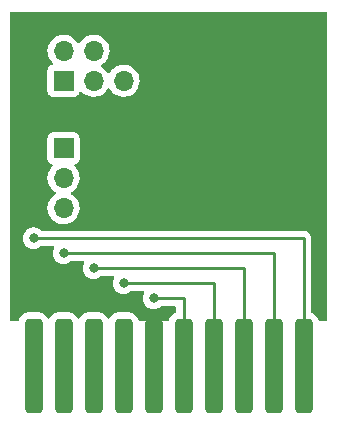
<source format=gbl>
G04 #@! TF.GenerationSoftware,KiCad,Pcbnew,6.0.7-f9a2dced07~116~ubuntu22.04.1*
G04 #@! TF.CreationDate,2022-08-26T07:23:39-05:00*
G04 #@! TF.ProjectId,CricutISPCartridge,43726963-7574-4495-9350-436172747269,rev?*
G04 #@! TF.SameCoordinates,Original*
G04 #@! TF.FileFunction,Copper,L2,Bot*
G04 #@! TF.FilePolarity,Positive*
%FSLAX46Y46*%
G04 Gerber Fmt 4.6, Leading zero omitted, Abs format (unit mm)*
G04 Created by KiCad (PCBNEW 6.0.7-f9a2dced07~116~ubuntu22.04.1) date 2022-08-26 07:23:39*
%MOMM*%
%LPD*%
G01*
G04 APERTURE LIST*
G04 Aperture macros list*
%AMRoundRect*
0 Rectangle with rounded corners*
0 $1 Rounding radius*
0 $2 $3 $4 $5 $6 $7 $8 $9 X,Y pos of 4 corners*
0 Add a 4 corners polygon primitive as box body*
4,1,4,$2,$3,$4,$5,$6,$7,$8,$9,$2,$3,0*
0 Add four circle primitives for the rounded corners*
1,1,$1+$1,$2,$3*
1,1,$1+$1,$4,$5*
1,1,$1+$1,$6,$7*
1,1,$1+$1,$8,$9*
0 Add four rect primitives between the rounded corners*
20,1,$1+$1,$2,$3,$4,$5,0*
20,1,$1+$1,$4,$5,$6,$7,0*
20,1,$1+$1,$6,$7,$8,$9,0*
20,1,$1+$1,$8,$9,$2,$3,0*%
G04 Aperture macros list end*
G04 #@! TA.AperFunction,ComponentPad*
%ADD10R,1.700000X1.700000*%
G04 #@! TD*
G04 #@! TA.AperFunction,ComponentPad*
%ADD11O,1.700000X1.700000*%
G04 #@! TD*
G04 #@! TA.AperFunction,ConnectorPad*
%ADD12RoundRect,0.381000X-0.381000X-3.619000X0.381000X-3.619000X0.381000X3.619000X-0.381000X3.619000X0*%
G04 #@! TD*
G04 #@! TA.AperFunction,ViaPad*
%ADD13C,0.800000*%
G04 #@! TD*
G04 #@! TA.AperFunction,Conductor*
%ADD14C,0.250000*%
G04 #@! TD*
G04 APERTURE END LIST*
D10*
X62230000Y-97790000D03*
D11*
X62230000Y-95250000D03*
X64770000Y-97790000D03*
X64770000Y-95250000D03*
X67310000Y-97790000D03*
X67310000Y-95250000D03*
D10*
X62230000Y-103505000D03*
D11*
X62230000Y-106045000D03*
X62230000Y-108585000D03*
D12*
X59690000Y-121920000D03*
X62230000Y-121920000D03*
X64770000Y-121920000D03*
X67310000Y-121920000D03*
X69850000Y-121920000D03*
X72390000Y-121920000D03*
X74930000Y-121920000D03*
X77470000Y-121920000D03*
X80010000Y-121920000D03*
X82550000Y-121920000D03*
D13*
X59690000Y-111125000D03*
X62230000Y-112395000D03*
X64770000Y-113665000D03*
X67310000Y-114935000D03*
X69850000Y-116205000D03*
X83820000Y-116205000D03*
X83820000Y-92710000D03*
X58420000Y-116205000D03*
X60960000Y-100330000D03*
X58420000Y-92710000D03*
D14*
X82550000Y-111125000D02*
X59690000Y-111125000D01*
X82550000Y-111125000D02*
X82550000Y-121920000D01*
X80010000Y-112395000D02*
X62230000Y-112395000D01*
X80010000Y-112395000D02*
X80010000Y-121920000D01*
X64770000Y-113665000D02*
X77470000Y-113665000D01*
X77470000Y-113665000D02*
X77470000Y-121920000D01*
X74930000Y-114935000D02*
X67310000Y-114935000D01*
X74930000Y-114935000D02*
X74930000Y-121920000D01*
X72390000Y-116205000D02*
X72390000Y-121920000D01*
X72390000Y-116205000D02*
X69850000Y-116205000D01*
G04 #@! TA.AperFunction,Conductor*
G36*
X84523621Y-91968502D02*
G01*
X84570114Y-92022158D01*
X84581500Y-92074500D01*
X84581500Y-117984000D01*
X84561498Y-118052121D01*
X84507842Y-118098614D01*
X84455500Y-118110000D01*
X83897383Y-118110000D01*
X83829262Y-118089998D01*
X83782769Y-118036342D01*
X83775676Y-118016610D01*
X83767703Y-117986852D01*
X83767701Y-117986847D01*
X83765994Y-117980476D01*
X83681107Y-117813875D01*
X83563436Y-117668564D01*
X83418125Y-117550893D01*
X83412248Y-117547898D01*
X83412241Y-117547894D01*
X83252298Y-117466400D01*
X83200682Y-117417652D01*
X83183500Y-117354133D01*
X83183500Y-111196793D01*
X83185732Y-111173184D01*
X83185790Y-111172881D01*
X83185790Y-111172877D01*
X83187275Y-111165094D01*
X83183749Y-111109049D01*
X83183500Y-111101138D01*
X83183500Y-111085144D01*
X83181494Y-111069270D01*
X83180751Y-111061402D01*
X83177723Y-111013263D01*
X83177723Y-111013262D01*
X83177225Y-111005350D01*
X83174679Y-110997513D01*
X83169506Y-110974369D01*
X83169468Y-110974065D01*
X83169467Y-110974060D01*
X83168474Y-110966203D01*
X83165558Y-110958838D01*
X83165557Y-110958834D01*
X83147801Y-110913989D01*
X83145129Y-110906570D01*
X83127764Y-110853125D01*
X83123514Y-110846428D01*
X83123350Y-110846169D01*
X83112585Y-110825042D01*
X83112471Y-110824754D01*
X83112468Y-110824749D01*
X83109552Y-110817383D01*
X83104896Y-110810975D01*
X83104893Y-110810969D01*
X83076542Y-110771948D01*
X83072092Y-110765401D01*
X83042000Y-110717982D01*
X83035993Y-110712341D01*
X83020312Y-110694554D01*
X83020134Y-110694309D01*
X83020132Y-110694307D01*
X83015472Y-110687893D01*
X83009362Y-110682838D01*
X82972204Y-110652097D01*
X82966270Y-110646866D01*
X82931102Y-110613842D01*
X82931099Y-110613840D01*
X82925321Y-110608414D01*
X82918097Y-110604442D01*
X82898494Y-110591119D01*
X82898254Y-110590920D01*
X82898247Y-110590916D01*
X82892144Y-110585867D01*
X82841324Y-110561953D01*
X82834292Y-110558371D01*
X82785060Y-110531305D01*
X82777385Y-110529335D01*
X82777379Y-110529332D01*
X82777081Y-110529256D01*
X82754772Y-110521224D01*
X82754497Y-110521094D01*
X82754489Y-110521091D01*
X82747318Y-110517717D01*
X82692151Y-110507194D01*
X82684442Y-110505471D01*
X82650449Y-110496743D01*
X82637707Y-110493471D01*
X82637706Y-110493471D01*
X82630030Y-110491500D01*
X82621793Y-110491500D01*
X82598184Y-110489268D01*
X82597881Y-110489210D01*
X82597877Y-110489210D01*
X82590094Y-110487725D01*
X82534049Y-110491251D01*
X82526138Y-110491500D01*
X60398200Y-110491500D01*
X60330079Y-110471498D01*
X60310853Y-110455157D01*
X60310580Y-110455460D01*
X60305668Y-110451037D01*
X60301253Y-110446134D01*
X60146752Y-110333882D01*
X60140724Y-110331198D01*
X60140722Y-110331197D01*
X59978319Y-110258891D01*
X59978318Y-110258891D01*
X59972288Y-110256206D01*
X59878888Y-110236353D01*
X59791944Y-110217872D01*
X59791939Y-110217872D01*
X59785487Y-110216500D01*
X59594513Y-110216500D01*
X59588061Y-110217872D01*
X59588056Y-110217872D01*
X59501112Y-110236353D01*
X59407712Y-110256206D01*
X59401682Y-110258891D01*
X59401681Y-110258891D01*
X59239278Y-110331197D01*
X59239276Y-110331198D01*
X59233248Y-110333882D01*
X59078747Y-110446134D01*
X59074326Y-110451044D01*
X59074325Y-110451045D01*
X59036125Y-110493471D01*
X58950960Y-110588056D01*
X58855473Y-110753444D01*
X58796458Y-110935072D01*
X58795768Y-110941633D01*
X58795768Y-110941635D01*
X58780685Y-111085144D01*
X58776496Y-111125000D01*
X58777186Y-111131565D01*
X58779879Y-111157183D01*
X58796458Y-111314928D01*
X58855473Y-111496556D01*
X58950960Y-111661944D01*
X58955378Y-111666851D01*
X58955379Y-111666852D01*
X59041905Y-111762949D01*
X59078747Y-111803866D01*
X59150320Y-111855867D01*
X59199636Y-111891697D01*
X59233248Y-111916118D01*
X59239276Y-111918802D01*
X59239278Y-111918803D01*
X59394658Y-111987982D01*
X59407712Y-111993794D01*
X59501112Y-112013647D01*
X59588056Y-112032128D01*
X59588061Y-112032128D01*
X59594513Y-112033500D01*
X59785487Y-112033500D01*
X59791939Y-112032128D01*
X59791944Y-112032128D01*
X59878888Y-112013647D01*
X59972288Y-111993794D01*
X59985342Y-111987982D01*
X60140722Y-111918803D01*
X60140724Y-111918802D01*
X60146752Y-111916118D01*
X60180365Y-111891697D01*
X60279671Y-111819546D01*
X60301253Y-111803866D01*
X60305668Y-111798963D01*
X60310580Y-111794540D01*
X60311705Y-111795789D01*
X60365014Y-111762949D01*
X60398200Y-111758500D01*
X61330200Y-111758500D01*
X61398321Y-111778502D01*
X61444814Y-111832158D01*
X61454918Y-111902432D01*
X61439319Y-111947500D01*
X61412591Y-111993794D01*
X61395473Y-112023444D01*
X61336458Y-112205072D01*
X61335768Y-112211633D01*
X61335768Y-112211635D01*
X61320685Y-112355144D01*
X61316496Y-112395000D01*
X61317186Y-112401565D01*
X61319879Y-112427183D01*
X61336458Y-112584928D01*
X61395473Y-112766556D01*
X61490960Y-112931944D01*
X61495378Y-112936851D01*
X61495379Y-112936852D01*
X61581905Y-113032949D01*
X61618747Y-113073866D01*
X61690320Y-113125867D01*
X61739636Y-113161697D01*
X61773248Y-113186118D01*
X61779276Y-113188802D01*
X61779278Y-113188803D01*
X61934658Y-113257982D01*
X61947712Y-113263794D01*
X62041112Y-113283647D01*
X62128056Y-113302128D01*
X62128061Y-113302128D01*
X62134513Y-113303500D01*
X62325487Y-113303500D01*
X62331939Y-113302128D01*
X62331944Y-113302128D01*
X62418887Y-113283647D01*
X62512288Y-113263794D01*
X62525342Y-113257982D01*
X62680722Y-113188803D01*
X62680724Y-113188802D01*
X62686752Y-113186118D01*
X62720365Y-113161697D01*
X62819671Y-113089546D01*
X62841253Y-113073866D01*
X62845668Y-113068963D01*
X62850580Y-113064540D01*
X62851705Y-113065789D01*
X62905014Y-113032949D01*
X62938200Y-113028500D01*
X63870200Y-113028500D01*
X63938321Y-113048502D01*
X63984814Y-113102158D01*
X63994918Y-113172432D01*
X63979319Y-113217500D01*
X63952591Y-113263794D01*
X63935473Y-113293444D01*
X63876458Y-113475072D01*
X63875768Y-113481633D01*
X63875768Y-113481635D01*
X63860685Y-113625144D01*
X63856496Y-113665000D01*
X63857186Y-113671565D01*
X63859879Y-113697183D01*
X63876458Y-113854928D01*
X63935473Y-114036556D01*
X64030960Y-114201944D01*
X64035378Y-114206851D01*
X64035379Y-114206852D01*
X64121905Y-114302949D01*
X64158747Y-114343866D01*
X64230320Y-114395867D01*
X64279636Y-114431697D01*
X64313248Y-114456118D01*
X64319276Y-114458802D01*
X64319278Y-114458803D01*
X64474658Y-114527982D01*
X64487712Y-114533794D01*
X64581113Y-114553647D01*
X64668056Y-114572128D01*
X64668061Y-114572128D01*
X64674513Y-114573500D01*
X64865487Y-114573500D01*
X64871939Y-114572128D01*
X64871944Y-114572128D01*
X64958887Y-114553647D01*
X65052288Y-114533794D01*
X65065342Y-114527982D01*
X65220722Y-114458803D01*
X65220724Y-114458802D01*
X65226752Y-114456118D01*
X65260365Y-114431697D01*
X65359671Y-114359546D01*
X65381253Y-114343866D01*
X65385668Y-114338963D01*
X65390580Y-114334540D01*
X65391705Y-114335789D01*
X65445014Y-114302949D01*
X65478200Y-114298500D01*
X66410200Y-114298500D01*
X66478321Y-114318502D01*
X66524814Y-114372158D01*
X66534918Y-114442432D01*
X66519319Y-114487500D01*
X66492591Y-114533794D01*
X66475473Y-114563444D01*
X66416458Y-114745072D01*
X66415768Y-114751633D01*
X66415768Y-114751635D01*
X66400685Y-114895144D01*
X66396496Y-114935000D01*
X66397186Y-114941565D01*
X66399879Y-114967183D01*
X66416458Y-115124928D01*
X66475473Y-115306556D01*
X66570960Y-115471944D01*
X66575378Y-115476851D01*
X66575379Y-115476852D01*
X66661905Y-115572949D01*
X66698747Y-115613866D01*
X66770320Y-115665867D01*
X66819636Y-115701697D01*
X66853248Y-115726118D01*
X66859276Y-115728802D01*
X66859278Y-115728803D01*
X67014658Y-115797982D01*
X67027712Y-115803794D01*
X67121113Y-115823647D01*
X67208056Y-115842128D01*
X67208061Y-115842128D01*
X67214513Y-115843500D01*
X67405487Y-115843500D01*
X67411939Y-115842128D01*
X67411944Y-115842128D01*
X67498887Y-115823647D01*
X67592288Y-115803794D01*
X67605342Y-115797982D01*
X67760722Y-115728803D01*
X67760724Y-115728802D01*
X67766752Y-115726118D01*
X67800365Y-115701697D01*
X67899671Y-115629546D01*
X67921253Y-115613866D01*
X67925668Y-115608963D01*
X67930580Y-115604540D01*
X67931705Y-115605789D01*
X67985014Y-115572949D01*
X68018200Y-115568500D01*
X68950200Y-115568500D01*
X69018321Y-115588502D01*
X69064814Y-115642158D01*
X69074918Y-115712432D01*
X69059319Y-115757500D01*
X69032591Y-115803794D01*
X69015473Y-115833444D01*
X68956458Y-116015072D01*
X68955768Y-116021633D01*
X68955768Y-116021635D01*
X68940685Y-116165144D01*
X68936496Y-116205000D01*
X68937186Y-116211565D01*
X68939879Y-116237183D01*
X68956458Y-116394928D01*
X69015473Y-116576556D01*
X69110960Y-116741944D01*
X69238747Y-116883866D01*
X69393248Y-116996118D01*
X69399276Y-116998802D01*
X69399278Y-116998803D01*
X69561681Y-117071109D01*
X69567712Y-117073794D01*
X69661113Y-117093647D01*
X69748056Y-117112128D01*
X69748061Y-117112128D01*
X69754513Y-117113500D01*
X69945487Y-117113500D01*
X69951939Y-117112128D01*
X69951944Y-117112128D01*
X70038887Y-117093647D01*
X70132288Y-117073794D01*
X70138319Y-117071109D01*
X70300722Y-116998803D01*
X70300724Y-116998802D01*
X70306752Y-116996118D01*
X70461253Y-116883866D01*
X70465668Y-116878963D01*
X70470580Y-116874540D01*
X70471705Y-116875789D01*
X70525014Y-116842949D01*
X70558200Y-116838500D01*
X71630500Y-116838500D01*
X71698621Y-116858502D01*
X71745114Y-116912158D01*
X71756500Y-116964500D01*
X71756500Y-117354133D01*
X71736498Y-117422254D01*
X71687702Y-117466400D01*
X71527759Y-117547894D01*
X71527752Y-117547898D01*
X71521875Y-117550893D01*
X71376564Y-117668564D01*
X71258893Y-117813875D01*
X71174006Y-117980476D01*
X71172299Y-117986847D01*
X71172297Y-117986852D01*
X71164324Y-118016610D01*
X71127373Y-118077233D01*
X71063513Y-118108255D01*
X71042617Y-118110000D01*
X68657383Y-118110000D01*
X68589262Y-118089998D01*
X68542769Y-118036342D01*
X68535676Y-118016610D01*
X68527703Y-117986852D01*
X68527701Y-117986847D01*
X68525994Y-117980476D01*
X68441107Y-117813875D01*
X68323436Y-117668564D01*
X68178125Y-117550893D01*
X68011524Y-117466006D01*
X68005150Y-117464298D01*
X67836492Y-117419106D01*
X67836488Y-117419105D01*
X67830915Y-117417612D01*
X67819534Y-117416716D01*
X67755714Y-117411693D01*
X67755706Y-117411693D01*
X67753258Y-117411500D01*
X66866742Y-117411500D01*
X66864294Y-117411693D01*
X66864286Y-117411693D01*
X66800466Y-117416716D01*
X66789085Y-117417612D01*
X66783512Y-117419105D01*
X66783508Y-117419106D01*
X66614850Y-117464298D01*
X66608476Y-117466006D01*
X66441875Y-117550893D01*
X66296564Y-117668564D01*
X66178893Y-117813875D01*
X66175898Y-117819752D01*
X66175894Y-117819759D01*
X66152267Y-117866131D01*
X66103519Y-117917747D01*
X66034604Y-117934813D01*
X65967403Y-117911913D01*
X65927733Y-117866131D01*
X65904106Y-117819759D01*
X65904102Y-117819752D01*
X65901107Y-117813875D01*
X65783436Y-117668564D01*
X65638125Y-117550893D01*
X65471524Y-117466006D01*
X65465150Y-117464298D01*
X65296492Y-117419106D01*
X65296488Y-117419105D01*
X65290915Y-117417612D01*
X65279534Y-117416716D01*
X65215714Y-117411693D01*
X65215706Y-117411693D01*
X65213258Y-117411500D01*
X64326742Y-117411500D01*
X64324294Y-117411693D01*
X64324286Y-117411693D01*
X64260466Y-117416716D01*
X64249085Y-117417612D01*
X64243512Y-117419105D01*
X64243508Y-117419106D01*
X64074850Y-117464298D01*
X64068476Y-117466006D01*
X63901875Y-117550893D01*
X63756564Y-117668564D01*
X63638893Y-117813875D01*
X63635898Y-117819752D01*
X63635894Y-117819759D01*
X63612267Y-117866131D01*
X63563519Y-117917747D01*
X63494604Y-117934813D01*
X63427403Y-117911913D01*
X63387733Y-117866131D01*
X63364106Y-117819759D01*
X63364102Y-117819752D01*
X63361107Y-117813875D01*
X63243436Y-117668564D01*
X63098125Y-117550893D01*
X62931524Y-117466006D01*
X62925150Y-117464298D01*
X62756492Y-117419106D01*
X62756488Y-117419105D01*
X62750915Y-117417612D01*
X62739534Y-117416716D01*
X62675714Y-117411693D01*
X62675706Y-117411693D01*
X62673258Y-117411500D01*
X61786742Y-117411500D01*
X61784294Y-117411693D01*
X61784286Y-117411693D01*
X61720466Y-117416716D01*
X61709085Y-117417612D01*
X61703512Y-117419105D01*
X61703508Y-117419106D01*
X61534850Y-117464298D01*
X61528476Y-117466006D01*
X61361875Y-117550893D01*
X61216564Y-117668564D01*
X61098893Y-117813875D01*
X61095898Y-117819752D01*
X61095894Y-117819759D01*
X61072267Y-117866131D01*
X61023519Y-117917747D01*
X60954604Y-117934813D01*
X60887403Y-117911913D01*
X60847733Y-117866131D01*
X60824106Y-117819759D01*
X60824102Y-117819752D01*
X60821107Y-117813875D01*
X60703436Y-117668564D01*
X60558125Y-117550893D01*
X60391524Y-117466006D01*
X60385150Y-117464298D01*
X60216492Y-117419106D01*
X60216488Y-117419105D01*
X60210915Y-117417612D01*
X60199534Y-117416716D01*
X60135714Y-117411693D01*
X60135706Y-117411693D01*
X60133258Y-117411500D01*
X59246742Y-117411500D01*
X59244294Y-117411693D01*
X59244286Y-117411693D01*
X59180466Y-117416716D01*
X59169085Y-117417612D01*
X59163512Y-117419105D01*
X59163508Y-117419106D01*
X58994850Y-117464298D01*
X58988476Y-117466006D01*
X58821875Y-117550893D01*
X58676564Y-117668564D01*
X58558893Y-117813875D01*
X58474006Y-117980476D01*
X58472299Y-117986847D01*
X58472297Y-117986852D01*
X58464324Y-118016610D01*
X58427373Y-118077233D01*
X58363513Y-118108255D01*
X58342617Y-118110000D01*
X57784500Y-118110000D01*
X57716379Y-118089998D01*
X57669886Y-118036342D01*
X57658500Y-117984000D01*
X57658500Y-108551695D01*
X60867251Y-108551695D01*
X60867548Y-108556848D01*
X60867548Y-108556851D01*
X60873011Y-108651590D01*
X60880110Y-108774715D01*
X60881247Y-108779761D01*
X60881248Y-108779767D01*
X60901119Y-108867939D01*
X60929222Y-108992639D01*
X61013266Y-109199616D01*
X61129987Y-109390088D01*
X61276250Y-109558938D01*
X61448126Y-109701632D01*
X61641000Y-109814338D01*
X61849692Y-109894030D01*
X61854760Y-109895061D01*
X61854763Y-109895062D01*
X61962017Y-109916883D01*
X62068597Y-109938567D01*
X62073772Y-109938757D01*
X62073774Y-109938757D01*
X62286673Y-109946564D01*
X62286677Y-109946564D01*
X62291837Y-109946753D01*
X62296957Y-109946097D01*
X62296959Y-109946097D01*
X62508288Y-109919025D01*
X62508289Y-109919025D01*
X62513416Y-109918368D01*
X62518366Y-109916883D01*
X62722429Y-109855661D01*
X62722434Y-109855659D01*
X62727384Y-109854174D01*
X62927994Y-109755896D01*
X63109860Y-109626173D01*
X63268096Y-109468489D01*
X63327594Y-109385689D01*
X63395435Y-109291277D01*
X63398453Y-109287077D01*
X63497430Y-109086811D01*
X63562370Y-108873069D01*
X63591529Y-108651590D01*
X63593156Y-108585000D01*
X63574852Y-108362361D01*
X63520431Y-108145702D01*
X63431354Y-107940840D01*
X63310014Y-107753277D01*
X63159670Y-107588051D01*
X63155619Y-107584852D01*
X63155615Y-107584848D01*
X62988414Y-107452800D01*
X62988410Y-107452798D01*
X62984359Y-107449598D01*
X62943053Y-107426796D01*
X62893084Y-107376364D01*
X62878312Y-107306921D01*
X62903428Y-107240516D01*
X62930780Y-107213909D01*
X62974603Y-107182650D01*
X63109860Y-107086173D01*
X63268096Y-106928489D01*
X63327594Y-106845689D01*
X63395435Y-106751277D01*
X63398453Y-106747077D01*
X63497430Y-106546811D01*
X63562370Y-106333069D01*
X63591529Y-106111590D01*
X63593156Y-106045000D01*
X63574852Y-105822361D01*
X63520431Y-105605702D01*
X63431354Y-105400840D01*
X63310014Y-105213277D01*
X63306532Y-105209450D01*
X63162798Y-105051488D01*
X63131746Y-104987642D01*
X63140141Y-104917143D01*
X63185317Y-104862375D01*
X63211761Y-104848706D01*
X63318297Y-104808767D01*
X63326705Y-104805615D01*
X63443261Y-104718261D01*
X63530615Y-104601705D01*
X63581745Y-104465316D01*
X63588500Y-104403134D01*
X63588500Y-102606866D01*
X63581745Y-102544684D01*
X63530615Y-102408295D01*
X63443261Y-102291739D01*
X63326705Y-102204385D01*
X63190316Y-102153255D01*
X63128134Y-102146500D01*
X61331866Y-102146500D01*
X61269684Y-102153255D01*
X61133295Y-102204385D01*
X61016739Y-102291739D01*
X60929385Y-102408295D01*
X60878255Y-102544684D01*
X60871500Y-102606866D01*
X60871500Y-104403134D01*
X60878255Y-104465316D01*
X60929385Y-104601705D01*
X61016739Y-104718261D01*
X61133295Y-104805615D01*
X61141704Y-104808767D01*
X61141705Y-104808768D01*
X61250451Y-104849535D01*
X61307216Y-104892176D01*
X61331916Y-104958738D01*
X61316709Y-105028087D01*
X61297316Y-105054568D01*
X61170629Y-105187138D01*
X61044743Y-105371680D01*
X60950688Y-105574305D01*
X60890989Y-105789570D01*
X60867251Y-106011695D01*
X60867548Y-106016848D01*
X60867548Y-106016851D01*
X60873011Y-106111590D01*
X60880110Y-106234715D01*
X60881247Y-106239761D01*
X60881248Y-106239767D01*
X60901119Y-106327939D01*
X60929222Y-106452639D01*
X61013266Y-106659616D01*
X61129987Y-106850088D01*
X61276250Y-107018938D01*
X61448126Y-107161632D01*
X61518595Y-107202811D01*
X61521445Y-107204476D01*
X61570169Y-107256114D01*
X61583240Y-107325897D01*
X61556509Y-107391669D01*
X61516055Y-107425027D01*
X61503607Y-107431507D01*
X61499474Y-107434610D01*
X61499471Y-107434612D01*
X61475247Y-107452800D01*
X61324965Y-107565635D01*
X61170629Y-107727138D01*
X61044743Y-107911680D01*
X60950688Y-108114305D01*
X60890989Y-108329570D01*
X60867251Y-108551695D01*
X57658500Y-108551695D01*
X57658500Y-95216695D01*
X60867251Y-95216695D01*
X60867548Y-95221848D01*
X60867548Y-95221851D01*
X60873011Y-95316590D01*
X60880110Y-95439715D01*
X60881247Y-95444761D01*
X60881248Y-95444767D01*
X60901119Y-95532939D01*
X60929222Y-95657639D01*
X61013266Y-95864616D01*
X61064019Y-95947438D01*
X61127291Y-96050688D01*
X61129987Y-96055088D01*
X61276250Y-96223938D01*
X61280230Y-96227242D01*
X61284981Y-96231187D01*
X61324616Y-96290090D01*
X61326113Y-96361071D01*
X61288997Y-96421593D01*
X61248725Y-96446112D01*
X61181907Y-96471161D01*
X61133295Y-96489385D01*
X61016739Y-96576739D01*
X60929385Y-96693295D01*
X60878255Y-96829684D01*
X60871500Y-96891866D01*
X60871500Y-98688134D01*
X60878255Y-98750316D01*
X60929385Y-98886705D01*
X61016739Y-99003261D01*
X61133295Y-99090615D01*
X61269684Y-99141745D01*
X61331866Y-99148500D01*
X63128134Y-99148500D01*
X63190316Y-99141745D01*
X63326705Y-99090615D01*
X63443261Y-99003261D01*
X63530615Y-98886705D01*
X63552799Y-98827529D01*
X63574598Y-98769382D01*
X63617240Y-98712618D01*
X63683802Y-98687918D01*
X63753150Y-98703126D01*
X63787817Y-98731114D01*
X63816250Y-98763938D01*
X63988126Y-98906632D01*
X64181000Y-99019338D01*
X64389692Y-99099030D01*
X64394760Y-99100061D01*
X64394763Y-99100062D01*
X64502017Y-99121883D01*
X64608597Y-99143567D01*
X64613772Y-99143757D01*
X64613774Y-99143757D01*
X64826673Y-99151564D01*
X64826677Y-99151564D01*
X64831837Y-99151753D01*
X64836957Y-99151097D01*
X64836959Y-99151097D01*
X65048288Y-99124025D01*
X65048289Y-99124025D01*
X65053416Y-99123368D01*
X65058366Y-99121883D01*
X65262429Y-99060661D01*
X65262434Y-99060659D01*
X65267384Y-99059174D01*
X65467994Y-98960896D01*
X65649860Y-98831173D01*
X65808096Y-98673489D01*
X65938453Y-98492077D01*
X65939776Y-98493028D01*
X65986645Y-98449857D01*
X66056580Y-98437625D01*
X66122026Y-98465144D01*
X66149875Y-98496994D01*
X66209987Y-98595088D01*
X66356250Y-98763938D01*
X66528126Y-98906632D01*
X66721000Y-99019338D01*
X66929692Y-99099030D01*
X66934760Y-99100061D01*
X66934763Y-99100062D01*
X67042017Y-99121883D01*
X67148597Y-99143567D01*
X67153772Y-99143757D01*
X67153774Y-99143757D01*
X67366673Y-99151564D01*
X67366677Y-99151564D01*
X67371837Y-99151753D01*
X67376957Y-99151097D01*
X67376959Y-99151097D01*
X67588288Y-99124025D01*
X67588289Y-99124025D01*
X67593416Y-99123368D01*
X67598366Y-99121883D01*
X67802429Y-99060661D01*
X67802434Y-99060659D01*
X67807384Y-99059174D01*
X68007994Y-98960896D01*
X68189860Y-98831173D01*
X68348096Y-98673489D01*
X68478453Y-98492077D01*
X68499320Y-98449857D01*
X68575136Y-98296453D01*
X68575137Y-98296451D01*
X68577430Y-98291811D01*
X68642370Y-98078069D01*
X68671529Y-97856590D01*
X68673156Y-97790000D01*
X68654852Y-97567361D01*
X68600431Y-97350702D01*
X68511354Y-97145840D01*
X68390014Y-96958277D01*
X68239670Y-96793051D01*
X68235619Y-96789852D01*
X68235615Y-96789848D01*
X68068414Y-96657800D01*
X68068410Y-96657798D01*
X68064359Y-96654598D01*
X67868789Y-96546638D01*
X67863920Y-96544914D01*
X67863916Y-96544912D01*
X67663087Y-96473795D01*
X67663083Y-96473794D01*
X67658212Y-96472069D01*
X67653119Y-96471162D01*
X67653116Y-96471161D01*
X67443373Y-96433800D01*
X67443367Y-96433799D01*
X67438284Y-96432894D01*
X67364452Y-96431992D01*
X67220081Y-96430228D01*
X67220079Y-96430228D01*
X67214911Y-96430165D01*
X66994091Y-96463955D01*
X66781756Y-96533357D01*
X66583607Y-96636507D01*
X66579474Y-96639610D01*
X66579471Y-96639612D01*
X66409100Y-96767530D01*
X66404965Y-96770635D01*
X66401393Y-96774373D01*
X66293729Y-96887037D01*
X66250629Y-96932138D01*
X66143201Y-97089621D01*
X66088293Y-97134621D01*
X66017768Y-97142792D01*
X65954021Y-97111538D01*
X65933324Y-97087054D01*
X65852822Y-96962617D01*
X65852820Y-96962614D01*
X65850014Y-96958277D01*
X65699670Y-96793051D01*
X65695619Y-96789852D01*
X65695615Y-96789848D01*
X65528414Y-96657800D01*
X65528410Y-96657798D01*
X65524359Y-96654598D01*
X65483053Y-96631796D01*
X65433084Y-96581364D01*
X65418312Y-96511921D01*
X65443428Y-96445516D01*
X65470780Y-96418909D01*
X65514603Y-96387650D01*
X65649860Y-96291173D01*
X65808096Y-96133489D01*
X65867594Y-96050689D01*
X65935435Y-95956277D01*
X65938453Y-95952077D01*
X65959320Y-95909857D01*
X66035136Y-95756453D01*
X66035137Y-95756451D01*
X66037430Y-95751811D01*
X66102370Y-95538069D01*
X66131529Y-95316590D01*
X66133156Y-95250000D01*
X66114852Y-95027361D01*
X66060431Y-94810702D01*
X65971354Y-94605840D01*
X65850014Y-94418277D01*
X65699670Y-94253051D01*
X65695619Y-94249852D01*
X65695615Y-94249848D01*
X65528414Y-94117800D01*
X65528410Y-94117798D01*
X65524359Y-94114598D01*
X65328789Y-94006638D01*
X65323920Y-94004914D01*
X65323916Y-94004912D01*
X65123087Y-93933795D01*
X65123083Y-93933794D01*
X65118212Y-93932069D01*
X65113119Y-93931162D01*
X65113116Y-93931161D01*
X64903373Y-93893800D01*
X64903367Y-93893799D01*
X64898284Y-93892894D01*
X64824452Y-93891992D01*
X64680081Y-93890228D01*
X64680079Y-93890228D01*
X64674911Y-93890165D01*
X64454091Y-93923955D01*
X64241756Y-93993357D01*
X64043607Y-94096507D01*
X64039474Y-94099610D01*
X64039471Y-94099612D01*
X64015247Y-94117800D01*
X63864965Y-94230635D01*
X63710629Y-94392138D01*
X63603201Y-94549621D01*
X63548293Y-94594621D01*
X63477768Y-94602792D01*
X63414021Y-94571538D01*
X63393324Y-94547054D01*
X63312822Y-94422617D01*
X63312820Y-94422614D01*
X63310014Y-94418277D01*
X63159670Y-94253051D01*
X63155619Y-94249852D01*
X63155615Y-94249848D01*
X62988414Y-94117800D01*
X62988410Y-94117798D01*
X62984359Y-94114598D01*
X62788789Y-94006638D01*
X62783920Y-94004914D01*
X62783916Y-94004912D01*
X62583087Y-93933795D01*
X62583083Y-93933794D01*
X62578212Y-93932069D01*
X62573119Y-93931162D01*
X62573116Y-93931161D01*
X62363373Y-93893800D01*
X62363367Y-93893799D01*
X62358284Y-93892894D01*
X62284452Y-93891992D01*
X62140081Y-93890228D01*
X62140079Y-93890228D01*
X62134911Y-93890165D01*
X61914091Y-93923955D01*
X61701756Y-93993357D01*
X61503607Y-94096507D01*
X61499474Y-94099610D01*
X61499471Y-94099612D01*
X61475247Y-94117800D01*
X61324965Y-94230635D01*
X61170629Y-94392138D01*
X61044743Y-94576680D01*
X60950688Y-94779305D01*
X60890989Y-94994570D01*
X60867251Y-95216695D01*
X57658500Y-95216695D01*
X57658500Y-92074500D01*
X57678502Y-92006379D01*
X57732158Y-91959886D01*
X57784500Y-91948500D01*
X84455500Y-91948500D01*
X84523621Y-91968502D01*
G37*
G04 #@! TD.AperFunction*
M02*

</source>
